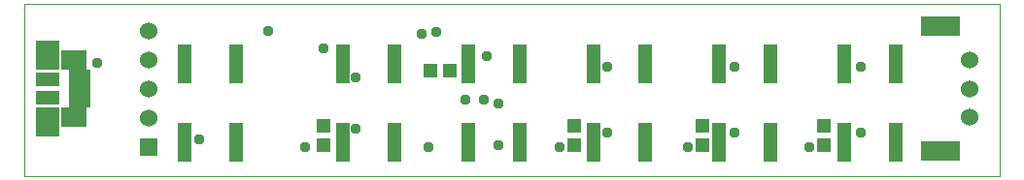
<source format=gts>
G75*
%MOIN*%
%OFA0B0*%
%FSLAX25Y25*%
%IPPOS*%
%LPD*%
%AMOC8*
5,1,8,0,0,1.08239X$1,22.5*
%
%ADD10C,0.00000*%
%ADD11R,0.04737X0.13398*%
%ADD12R,0.05131X0.04737*%
%ADD13R,0.04737X0.05131*%
%ADD14R,0.07493X0.02572*%
%ADD15R,0.09068X0.06607*%
%ADD16R,0.08280X0.10150*%
%ADD17R,0.08268X0.04528*%
%ADD18R,0.06000X0.06000*%
%ADD19C,0.06000*%
%ADD20R,0.13300X0.06800*%
%ADD21C,0.03778*%
D10*
X0002265Y0032362D02*
X0002265Y0091417D01*
X0336910Y0091417D01*
X0336910Y0032362D01*
X0002265Y0032362D01*
D11*
X0057156Y0043976D03*
X0074873Y0043976D03*
X0111406Y0043976D03*
X0129123Y0043976D03*
X0154406Y0043976D03*
X0172123Y0043976D03*
X0197406Y0043976D03*
X0215123Y0043976D03*
X0240406Y0043976D03*
X0258123Y0043976D03*
X0283406Y0043976D03*
X0301123Y0043976D03*
X0301123Y0070748D03*
X0283406Y0070748D03*
X0258123Y0070748D03*
X0240406Y0070748D03*
X0215123Y0070748D03*
X0197406Y0070748D03*
X0172123Y0070748D03*
X0154406Y0070748D03*
X0129123Y0070748D03*
X0111406Y0070748D03*
X0074873Y0070748D03*
X0057156Y0070748D03*
D12*
X0104765Y0049459D03*
X0104765Y0042766D03*
X0191015Y0042766D03*
X0191015Y0049459D03*
X0234765Y0049459D03*
X0234765Y0042766D03*
X0276635Y0042766D03*
X0276635Y0049459D03*
D13*
X0148111Y0068612D03*
X0141418Y0068612D03*
D14*
X0021288Y0067480D03*
X0021288Y0064921D03*
X0021288Y0062362D03*
X0021288Y0059803D03*
X0021288Y0057244D03*
D15*
X0019320Y0052520D03*
X0019320Y0072205D03*
D16*
X0010265Y0073976D03*
X0010265Y0050748D03*
D17*
X0010265Y0059311D03*
X0010265Y0065413D03*
D18*
X0044765Y0042362D03*
D19*
X0044765Y0052362D03*
X0044765Y0062362D03*
X0044765Y0072362D03*
X0044765Y0082362D03*
X0326482Y0072205D03*
X0326482Y0062362D03*
X0326482Y0052520D03*
D20*
X0316640Y0040862D03*
X0316640Y0083862D03*
D21*
X0289135Y0069862D03*
X0246015Y0069862D03*
X0202265Y0069862D03*
X0161015Y0073612D03*
X0138515Y0081112D03*
X0143515Y0081737D03*
X0104765Y0076112D03*
X0086015Y0082362D03*
X0027265Y0071112D03*
X0116015Y0066112D03*
X0153515Y0058612D03*
X0159765Y0058612D03*
X0164765Y0057362D03*
X0202265Y0047362D03*
X0186015Y0042362D03*
X0164765Y0042912D03*
X0141015Y0042362D03*
X0116015Y0048612D03*
X0098515Y0042362D03*
X0062265Y0044862D03*
X0229765Y0042362D03*
X0246015Y0047362D03*
X0271635Y0042362D03*
X0289135Y0047362D03*
M02*

</source>
